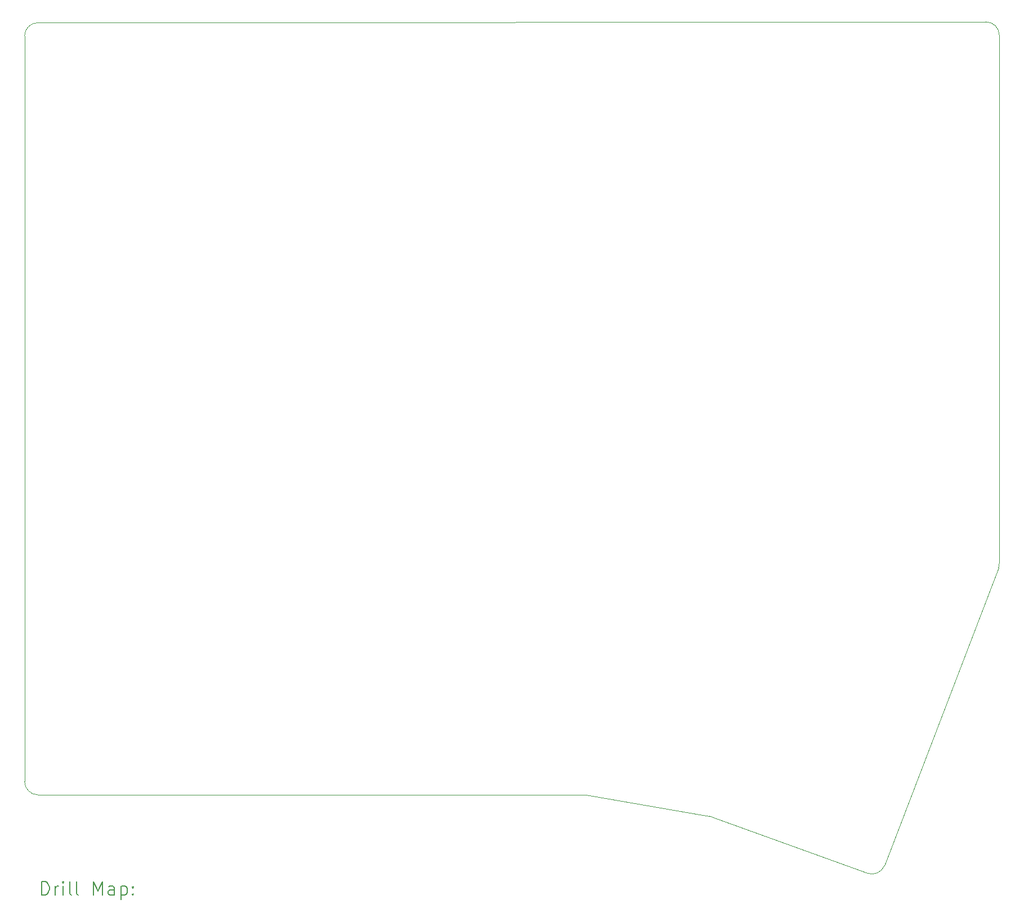
<source format=gbr>
%TF.GenerationSoftware,KiCad,Pcbnew,9.0.6*%
%TF.CreationDate,2025-12-07T22:27:31+09:00*%
%TF.ProjectId,tarakkie_v1_left_bot2,74617261-6b6b-4696-955f-76315f6c6566,rev?*%
%TF.SameCoordinates,Original*%
%TF.FileFunction,Drillmap*%
%TF.FilePolarity,Positive*%
%FSLAX45Y45*%
G04 Gerber Fmt 4.5, Leading zero omitted, Abs format (unit mm)*
G04 Created by KiCad (PCBNEW 9.0.6) date 2025-12-07 22:27:31*
%MOMM*%
%LPD*%
G01*
G04 APERTURE LIST*
%ADD10C,0.050000*%
%ADD11C,0.200000*%
G04 APERTURE END LIST*
D10*
X18548348Y-11964625D02*
X16832015Y-16445591D01*
X18359828Y-3747552D02*
G75*
G02*
X18559998Y-3947552I172J-199998D01*
G01*
X16832015Y-16445591D02*
G75*
G02*
X16576900Y-16562006I-186765J71541D01*
G01*
X3900000Y-3959828D02*
G75*
G02*
X4099828Y-3759830I200000J-2D01*
G01*
X14200280Y-15701210D02*
X12346663Y-15384609D01*
X18560000Y-3947552D02*
X18560000Y-11897357D01*
X4099828Y-3759828D02*
X18359828Y-3747552D01*
X12313032Y-15381754D02*
X4099958Y-15380042D01*
X4099958Y-15380042D02*
G75*
G02*
X3899998Y-15180042I42J200002D01*
G01*
X14200280Y-15701210D02*
G75*
G02*
X14234956Y-15710396I-33670J-197140D01*
G01*
X16576898Y-16562012D02*
X14234956Y-15710397D01*
X3900000Y-15180042D02*
X3900000Y-3959828D01*
X18560000Y-11897357D02*
G75*
G02*
X18548348Y-11964624I-199970J-3D01*
G01*
X12313032Y-15381754D02*
G75*
G02*
X12346663Y-15384609I-42J-200006D01*
G01*
D11*
X4158277Y-16888032D02*
X4158277Y-16688031D01*
X4158277Y-16688031D02*
X4205896Y-16688031D01*
X4205896Y-16688031D02*
X4234467Y-16697555D01*
X4234467Y-16697555D02*
X4253515Y-16716603D01*
X4253515Y-16716603D02*
X4263039Y-16735650D01*
X4263039Y-16735650D02*
X4272563Y-16773746D01*
X4272563Y-16773746D02*
X4272563Y-16802317D01*
X4272563Y-16802317D02*
X4263039Y-16840412D01*
X4263039Y-16840412D02*
X4253515Y-16859460D01*
X4253515Y-16859460D02*
X4234467Y-16878508D01*
X4234467Y-16878508D02*
X4205896Y-16888032D01*
X4205896Y-16888032D02*
X4158277Y-16888032D01*
X4358277Y-16888032D02*
X4358277Y-16754698D01*
X4358277Y-16792793D02*
X4367801Y-16773746D01*
X4367801Y-16773746D02*
X4377324Y-16764222D01*
X4377324Y-16764222D02*
X4396372Y-16754698D01*
X4396372Y-16754698D02*
X4415420Y-16754698D01*
X4482086Y-16888032D02*
X4482086Y-16754698D01*
X4482086Y-16688031D02*
X4472563Y-16697555D01*
X4472563Y-16697555D02*
X4482086Y-16707079D01*
X4482086Y-16707079D02*
X4491610Y-16697555D01*
X4491610Y-16697555D02*
X4482086Y-16688031D01*
X4482086Y-16688031D02*
X4482086Y-16707079D01*
X4605896Y-16888032D02*
X4586848Y-16878508D01*
X4586848Y-16878508D02*
X4577324Y-16859460D01*
X4577324Y-16859460D02*
X4577324Y-16688031D01*
X4710658Y-16888032D02*
X4691610Y-16878508D01*
X4691610Y-16878508D02*
X4682086Y-16859460D01*
X4682086Y-16859460D02*
X4682086Y-16688031D01*
X4939229Y-16888032D02*
X4939229Y-16688031D01*
X4939229Y-16688031D02*
X5005896Y-16830889D01*
X5005896Y-16830889D02*
X5072563Y-16688031D01*
X5072563Y-16688031D02*
X5072563Y-16888032D01*
X5253515Y-16888032D02*
X5253515Y-16783270D01*
X5253515Y-16783270D02*
X5243991Y-16764222D01*
X5243991Y-16764222D02*
X5224944Y-16754698D01*
X5224944Y-16754698D02*
X5186848Y-16754698D01*
X5186848Y-16754698D02*
X5167801Y-16764222D01*
X5253515Y-16878508D02*
X5234467Y-16888032D01*
X5234467Y-16888032D02*
X5186848Y-16888032D01*
X5186848Y-16888032D02*
X5167801Y-16878508D01*
X5167801Y-16878508D02*
X5158277Y-16859460D01*
X5158277Y-16859460D02*
X5158277Y-16840412D01*
X5158277Y-16840412D02*
X5167801Y-16821365D01*
X5167801Y-16821365D02*
X5186848Y-16811841D01*
X5186848Y-16811841D02*
X5234467Y-16811841D01*
X5234467Y-16811841D02*
X5253515Y-16802317D01*
X5348753Y-16754698D02*
X5348753Y-16954698D01*
X5348753Y-16764222D02*
X5367801Y-16754698D01*
X5367801Y-16754698D02*
X5405896Y-16754698D01*
X5405896Y-16754698D02*
X5424944Y-16764222D01*
X5424944Y-16764222D02*
X5434467Y-16773746D01*
X5434467Y-16773746D02*
X5443991Y-16792793D01*
X5443991Y-16792793D02*
X5443991Y-16849936D01*
X5443991Y-16849936D02*
X5434467Y-16868984D01*
X5434467Y-16868984D02*
X5424944Y-16878508D01*
X5424944Y-16878508D02*
X5405896Y-16888032D01*
X5405896Y-16888032D02*
X5367801Y-16888032D01*
X5367801Y-16888032D02*
X5348753Y-16878508D01*
X5529705Y-16868984D02*
X5539229Y-16878508D01*
X5539229Y-16878508D02*
X5529705Y-16888032D01*
X5529705Y-16888032D02*
X5520182Y-16878508D01*
X5520182Y-16878508D02*
X5529705Y-16868984D01*
X5529705Y-16868984D02*
X5529705Y-16888032D01*
X5529705Y-16764222D02*
X5539229Y-16773746D01*
X5539229Y-16773746D02*
X5529705Y-16783270D01*
X5529705Y-16783270D02*
X5520182Y-16773746D01*
X5520182Y-16773746D02*
X5529705Y-16764222D01*
X5529705Y-16764222D02*
X5529705Y-16783270D01*
M02*

</source>
